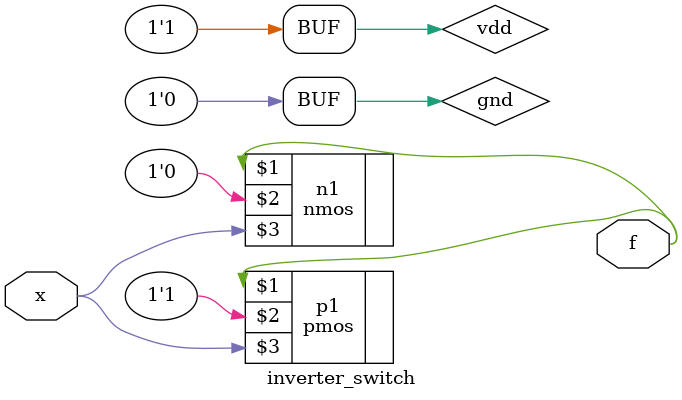
<source format=v>
module inverter_switch (x,f);
input x;
output f;
supply1 vdd;
supply0 gnd;
pmos p1 (f, vdd, x);
nmos n1 (f, gnd, x);
endmodule
</source>
